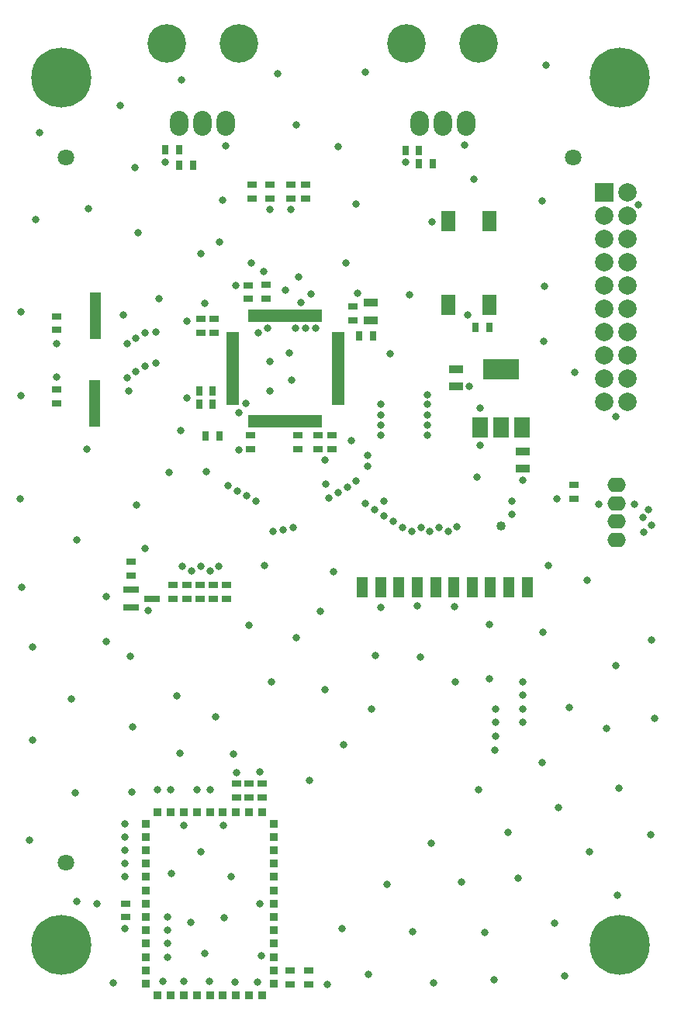
<source format=gts>
%FSLAX25Y25*%
%MOIN*%
G70*
G01*
G75*
G04 Layer_Color=8388736*
%ADD10R,0.02835X0.02835*%
%ADD11R,0.02835X0.02835*%
%ADD12R,0.03543X0.02362*%
%ADD13R,0.03937X0.07874*%
%ADD14R,0.05512X0.08268*%
%ADD15R,0.02362X0.03543*%
%ADD16R,0.04724X0.01181*%
%ADD17R,0.01181X0.04724*%
%ADD18R,0.03937X0.19685*%
%ADD19R,0.05709X0.02362*%
%ADD20R,0.05118X0.02756*%
%ADD21R,0.14961X0.07874*%
%ADD22R,0.05906X0.07874*%
%ADD23C,0.02000*%
%ADD24C,0.00800*%
%ADD25C,0.01200*%
%ADD26C,0.01000*%
%ADD27C,0.05000*%
%ADD28C,0.07087*%
%ADD29R,0.07087X0.07087*%
%ADD30O,0.07087X0.05512*%
%ADD31C,0.25000*%
%ADD32O,0.07087X0.09843*%
%ADD33C,0.15748*%
%ADD34C,0.06299*%
%ADD35C,0.02500*%
%ADD36C,0.03200*%
%ADD37R,0.01969X0.07874*%
%ADD38C,0.01400*%
%ADD39C,0.00984*%
%ADD40C,0.00787*%
%ADD41R,0.03635X0.03635*%
%ADD42R,0.03635X0.03635*%
%ADD43R,0.04343X0.03162*%
%ADD44R,0.04737X0.08674*%
%ADD45R,0.06312X0.09068*%
%ADD46R,0.03162X0.04343*%
%ADD47R,0.05524X0.01981*%
%ADD48R,0.01981X0.05524*%
%ADD49R,0.04737X0.20485*%
%ADD50R,0.06509X0.03162*%
%ADD51R,0.05918X0.03556*%
%ADD52R,0.15761X0.08674*%
%ADD53R,0.06706X0.08674*%
%ADD54C,0.07887*%
%ADD55R,0.07887X0.07887*%
%ADD56O,0.07887X0.06312*%
%ADD57C,0.25800*%
%ADD58O,0.07887X0.10642*%
%ADD59C,0.16548*%
%ADD60C,0.07099*%
%ADD61C,0.03300*%
%ADD62C,0.04000*%
D41*
X4904791Y2772787D02*
D03*
Y2778524D02*
D03*
Y2784260D02*
D03*
Y2789996D02*
D03*
Y2795732D02*
D03*
Y2801468D02*
D03*
Y2807205D02*
D03*
Y2812941D02*
D03*
Y2818677D02*
D03*
Y2824413D02*
D03*
Y2830150D02*
D03*
Y2835886D02*
D03*
Y2841622D02*
D03*
X4850039D02*
D03*
Y2835886D02*
D03*
Y2830150D02*
D03*
Y2824413D02*
D03*
Y2818677D02*
D03*
Y2812941D02*
D03*
Y2807205D02*
D03*
Y2801468D02*
D03*
Y2795732D02*
D03*
Y2789996D02*
D03*
Y2784260D02*
D03*
Y2778524D02*
D03*
Y2772787D02*
D03*
D42*
X4899793Y2846622D02*
D03*
X4894199D02*
D03*
X4888604D02*
D03*
X4883010D02*
D03*
X4877415D02*
D03*
X4871821D02*
D03*
X4866226D02*
D03*
X4860632D02*
D03*
X4855037D02*
D03*
Y2767788D02*
D03*
X4860632D02*
D03*
X4866226D02*
D03*
X4871821D02*
D03*
X4877415D02*
D03*
X4883010D02*
D03*
X4888604D02*
D03*
X4894199D02*
D03*
X4899793D02*
D03*
D43*
X4912106Y3110138D02*
D03*
Y3116043D02*
D03*
X4903149Y3110236D02*
D03*
Y3116142D02*
D03*
X4895472Y3110236D02*
D03*
Y3116142D02*
D03*
X4918406Y3110138D02*
D03*
Y3116043D02*
D03*
X4894291Y2858740D02*
D03*
Y2852835D02*
D03*
X4901575Y3073031D02*
D03*
Y3067126D02*
D03*
X4811713Y3053740D02*
D03*
Y3059646D02*
D03*
X4811614Y3028051D02*
D03*
Y3022146D02*
D03*
X4915354Y3008465D02*
D03*
Y3002559D02*
D03*
X4911811Y2778445D02*
D03*
Y2772539D02*
D03*
X4899791Y2852835D02*
D03*
Y2858740D02*
D03*
X4919783Y2778445D02*
D03*
Y2772539D02*
D03*
X4888791Y2858740D02*
D03*
Y2852835D02*
D03*
X4841291Y2807240D02*
D03*
Y2801335D02*
D03*
X4929725Y3008465D02*
D03*
Y3002559D02*
D03*
X4879146Y3052531D02*
D03*
Y3058437D02*
D03*
X4894882Y3008366D02*
D03*
Y3002461D02*
D03*
X4893799Y3067027D02*
D03*
Y3072933D02*
D03*
X4873646Y3052531D02*
D03*
Y3058437D02*
D03*
X4938976Y3057972D02*
D03*
Y3063878D02*
D03*
X4923917Y3008465D02*
D03*
Y3002559D02*
D03*
X4861646Y2938315D02*
D03*
Y2944221D02*
D03*
X4867396Y2938315D02*
D03*
Y2944221D02*
D03*
X4873146Y2938315D02*
D03*
Y2944221D02*
D03*
X4878896Y2938315D02*
D03*
Y2944221D02*
D03*
X4884646Y2938315D02*
D03*
Y2944221D02*
D03*
X4843520Y2948315D02*
D03*
Y2954221D02*
D03*
X5033858Y2987106D02*
D03*
Y2981201D02*
D03*
D44*
X4942913Y2943209D02*
D03*
X4950787D02*
D03*
X4958661D02*
D03*
X4966536D02*
D03*
X4974409D02*
D03*
X4982283D02*
D03*
X4990157D02*
D03*
X4998032D02*
D03*
X5005906D02*
D03*
X5013779D02*
D03*
D45*
X4997504Y3100398D02*
D03*
Y3064571D02*
D03*
X4979787Y3100398D02*
D03*
Y3064571D02*
D03*
D46*
X4997599Y3054984D02*
D03*
X4991693D02*
D03*
X4878642Y3027362D02*
D03*
X4872736D02*
D03*
X4878642Y3021850D02*
D03*
X4872736D02*
D03*
X4941536Y3051279D02*
D03*
X4947441D02*
D03*
X4864173Y3124508D02*
D03*
X4870079D02*
D03*
X4973228Y3125000D02*
D03*
X4967323D02*
D03*
X4875689Y3008268D02*
D03*
X4881594D02*
D03*
X4864272Y3131004D02*
D03*
X4858366D02*
D03*
X4967323Y3130906D02*
D03*
X4961417D02*
D03*
D47*
X4887146Y3051984D02*
D03*
Y3050016D02*
D03*
Y3048047D02*
D03*
Y3046079D02*
D03*
Y3044110D02*
D03*
Y3042142D02*
D03*
Y3040173D02*
D03*
Y3038205D02*
D03*
Y3036236D02*
D03*
Y3034268D02*
D03*
Y3032299D02*
D03*
Y3030331D02*
D03*
Y3028362D02*
D03*
Y3026394D02*
D03*
Y3024425D02*
D03*
Y3022457D02*
D03*
X4932421D02*
D03*
Y3024425D02*
D03*
Y3026394D02*
D03*
Y3028362D02*
D03*
Y3030331D02*
D03*
Y3032299D02*
D03*
Y3034268D02*
D03*
Y3036236D02*
D03*
Y3038205D02*
D03*
Y3040173D02*
D03*
Y3042142D02*
D03*
Y3044110D02*
D03*
Y3046079D02*
D03*
Y3048047D02*
D03*
Y3050016D02*
D03*
Y3051984D02*
D03*
D48*
X4895020Y3014583D02*
D03*
X4896988D02*
D03*
X4898957D02*
D03*
X4900925D02*
D03*
X4902894D02*
D03*
X4904862D02*
D03*
X4906831D02*
D03*
X4908799D02*
D03*
X4910768D02*
D03*
X4912736D02*
D03*
X4914705D02*
D03*
X4916673D02*
D03*
X4918642D02*
D03*
X4920610D02*
D03*
X4922579D02*
D03*
X4924547D02*
D03*
Y3059858D02*
D03*
X4922579D02*
D03*
X4920610D02*
D03*
X4918642D02*
D03*
X4916673D02*
D03*
X4914705D02*
D03*
X4912736D02*
D03*
X4910768D02*
D03*
X4908799D02*
D03*
X4906831D02*
D03*
X4904862D02*
D03*
X4902894D02*
D03*
X4900925D02*
D03*
X4898957D02*
D03*
X4896988D02*
D03*
X4895020D02*
D03*
D49*
X4827752Y3022284D02*
D03*
X4828146Y3059685D02*
D03*
D50*
X4843394Y2942008D02*
D03*
Y2934528D02*
D03*
X4852646Y2938268D02*
D03*
D51*
X4946555Y3065453D02*
D03*
Y3057972D02*
D03*
X5011909Y2994094D02*
D03*
Y3001575D02*
D03*
X4983071Y3029429D02*
D03*
Y3036909D02*
D03*
D52*
X5002657Y3036713D02*
D03*
D53*
X5011713Y3011909D02*
D03*
X5002657D02*
D03*
X4993602D02*
D03*
D54*
X5056771Y3022815D02*
D03*
X5046772D02*
D03*
X5056771Y3032815D02*
D03*
X5046772D02*
D03*
X5056771Y3042815D02*
D03*
X5046772D02*
D03*
X5056771Y3052815D02*
D03*
X5046772D02*
D03*
X5056771Y3062815D02*
D03*
X5046772D02*
D03*
X5056771Y3072815D02*
D03*
X5046772D02*
D03*
X5056771Y3082815D02*
D03*
X5046772D02*
D03*
X5056771Y3092815D02*
D03*
X5046772D02*
D03*
X5056771Y3102815D02*
D03*
X5046772D02*
D03*
X5056771Y3112815D02*
D03*
D55*
X5046772D02*
D03*
D56*
X5052165Y2963484D02*
D03*
Y2971358D02*
D03*
Y2979232D02*
D03*
Y2987106D02*
D03*
D57*
X4813681Y3162008D02*
D03*
X5053445D02*
D03*
Y2789370D02*
D03*
X4813681D02*
D03*
D58*
X4864272Y3142646D02*
D03*
X4874272D02*
D03*
X4884272D02*
D03*
X4987398Y3142646D02*
D03*
X4977398D02*
D03*
X4967398D02*
D03*
D59*
X4889783Y3176661D02*
D03*
X4858760D02*
D03*
X4961886Y3176661D02*
D03*
X4992909D02*
D03*
D60*
X4815591Y2824748D02*
D03*
Y3127898D02*
D03*
X5033701D02*
D03*
D61*
X4952165Y2980020D02*
D03*
X4992225Y2990551D02*
D03*
X4882972Y3109547D02*
D03*
X4940354Y3107776D02*
D03*
X4932677Y3132480D02*
D03*
X4914665Y3141929D02*
D03*
X4796555Y2943307D02*
D03*
X4795768Y2981201D02*
D03*
X4796161Y3025394D02*
D03*
Y3061417D02*
D03*
X4845079Y3123425D02*
D03*
X4846457Y3095472D02*
D03*
X4825295Y3105709D02*
D03*
X4802460Y3101279D02*
D03*
X4804134Y3138386D02*
D03*
X4838779Y3150098D02*
D03*
X4865256Y3161221D02*
D03*
X4906496Y3163779D02*
D03*
X4944094Y3164469D02*
D03*
X5022047Y3167421D02*
D03*
X5020275Y3109252D02*
D03*
X4990847Y3118504D02*
D03*
X4963189Y3068898D02*
D03*
X5020866Y3048721D02*
D03*
X5034351Y3035335D02*
D03*
X5025394Y2798819D02*
D03*
X4995669Y2794784D02*
D03*
X5040453Y2829331D02*
D03*
X5010040Y2818012D02*
D03*
X5027165Y2848524D02*
D03*
X5053248Y2856988D02*
D03*
X5047933Y2882382D02*
D03*
X5051968Y2909547D02*
D03*
X5031988Y2891339D02*
D03*
X5020275Y2867716D02*
D03*
X5005413Y2837992D02*
D03*
X4985630Y2816535D02*
D03*
X4964665Y2795276D02*
D03*
X4945669Y2776772D02*
D03*
X4973622Y2773228D02*
D03*
X4999705Y2774508D02*
D03*
X5029725Y2776279D02*
D03*
X5052559Y2810925D02*
D03*
X5066831Y2836713D02*
D03*
X5068406Y2886713D02*
D03*
X5067126Y2920571D02*
D03*
X5020571Y2923917D02*
D03*
X5039468Y2946260D02*
D03*
X5022736Y2952559D02*
D03*
X4997638Y2903937D02*
D03*
Y2927165D02*
D03*
X4982874Y2902362D02*
D03*
X4967815Y2913287D02*
D03*
X4914665Y2921555D02*
D03*
X4926870Y2899016D02*
D03*
X4904036Y2902461D02*
D03*
X4894193Y2926673D02*
D03*
X4930709Y2949705D02*
D03*
X4924803Y2932776D02*
D03*
X4948425Y2913681D02*
D03*
X4947047Y2890846D02*
D03*
X4935040Y2875492D02*
D03*
X4920079Y2860138D02*
D03*
X4993012Y2856102D02*
D03*
X4972540Y2833268D02*
D03*
X4953445Y2815551D02*
D03*
X4934055Y2796457D02*
D03*
X4886417Y2818799D02*
D03*
X4860925Y2820177D02*
D03*
X4875098Y2785925D02*
D03*
X4869291Y2799213D02*
D03*
X4883464Y2801181D02*
D03*
X4873425Y2829331D02*
D03*
X4879725Y2887402D02*
D03*
X4887598Y2871457D02*
D03*
X4843898Y2855020D02*
D03*
X4864665Y2871752D02*
D03*
X4844193Y2883169D02*
D03*
X4863091Y2896555D02*
D03*
X4843209Y2913583D02*
D03*
X4835925Y2773327D02*
D03*
X4820275Y2808268D02*
D03*
X4799902Y2834350D02*
D03*
X4819685Y2854724D02*
D03*
X4801083Y2877559D02*
D03*
X4817913Y2895079D02*
D03*
X4801181Y2917618D02*
D03*
X4820374Y2963386D02*
D03*
X4824606Y3002461D02*
D03*
X4864764Y3010433D02*
D03*
X4875984Y2992716D02*
D03*
X4938091Y3006102D02*
D03*
X4877415Y2856022D02*
D03*
X4871821D02*
D03*
X4841032Y2841622D02*
D03*
Y2835886D02*
D03*
Y2830150D02*
D03*
Y2824413D02*
D03*
Y2818677D02*
D03*
X4859063Y2801468D02*
D03*
Y2795732D02*
D03*
Y2789996D02*
D03*
Y2784260D02*
D03*
X4860632Y2856022D02*
D03*
X4855037D02*
D03*
X4988287Y3060236D02*
D03*
X4832775Y2919980D02*
D03*
Y2939075D02*
D03*
X4961417Y3125984D02*
D03*
X4858169Y3125787D02*
D03*
X4873622Y3086417D02*
D03*
X4912106Y3105512D02*
D03*
X4903149D02*
D03*
X4902165Y3054528D02*
D03*
X4898327Y3052461D02*
D03*
X4960146Y2968984D02*
D03*
X4956146Y2971484D02*
D03*
X4952146Y2973984D02*
D03*
X4948228Y2976476D02*
D03*
X4944331Y2979193D02*
D03*
X4841929Y3047933D02*
D03*
X4908858Y2967815D02*
D03*
X4940354Y2988779D02*
D03*
X4936516Y2986221D02*
D03*
X4904626Y2967028D02*
D03*
X4854232Y3052854D02*
D03*
X4841929Y3033268D02*
D03*
X4845669Y3035827D02*
D03*
X4865591Y2952008D02*
D03*
X4869528Y2950098D02*
D03*
X4873465Y2952224D02*
D03*
X4877402Y2950098D02*
D03*
X4881339Y2952126D02*
D03*
X4889213Y2984547D02*
D03*
X4893150Y2982382D02*
D03*
X4897087Y2980020D02*
D03*
X4975827Y2968984D02*
D03*
X4979764Y2967028D02*
D03*
X4968110Y2968984D02*
D03*
X4971949Y2967028D02*
D03*
X4950814Y3012894D02*
D03*
Y3017323D02*
D03*
Y3008366D02*
D03*
Y3021681D02*
D03*
X4970768Y3017323D02*
D03*
Y3008366D02*
D03*
X4914370Y3054429D02*
D03*
X4923032D02*
D03*
X4970768Y3021681D02*
D03*
Y3012894D02*
D03*
X5021063Y3072441D02*
D03*
X4954850Y3043575D02*
D03*
X4935827Y3082382D02*
D03*
X4892913Y3022244D02*
D03*
X4842520Y3027362D02*
D03*
X5066020Y2976575D02*
D03*
X5063779Y2966831D02*
D03*
X5067225Y2969980D02*
D03*
X5063583Y2973031D02*
D03*
X5000098Y2890846D02*
D03*
Y2885072D02*
D03*
X5011909Y2890945D02*
D03*
Y2896752D02*
D03*
Y2902559D02*
D03*
X5007185Y2980020D02*
D03*
Y2974409D02*
D03*
X4945079Y2995177D02*
D03*
X4945374Y2999705D02*
D03*
X4909843Y3070965D02*
D03*
X4895177Y3082382D02*
D03*
X4900689Y3078740D02*
D03*
X4970964Y3025984D02*
D03*
X4916536Y3065354D02*
D03*
X4920866Y3069193D02*
D03*
X4881594Y3091339D02*
D03*
X4898819Y2807284D02*
D03*
X4903051Y3040059D02*
D03*
X4911713Y3043898D02*
D03*
X4912697Y3032087D02*
D03*
X4903347Y3027362D02*
D03*
X4867618Y3057480D02*
D03*
X4875295Y3065059D02*
D03*
X4888386Y3072835D02*
D03*
X4811516Y3047736D02*
D03*
X4811614Y3033366D02*
D03*
X4889764Y3002264D02*
D03*
X4867618Y3024606D02*
D03*
X4926870Y2997835D02*
D03*
X4927165Y2987402D02*
D03*
X4982480Y2934842D02*
D03*
X4966634Y2935236D02*
D03*
X4950787Y2934449D02*
D03*
X4857087Y2773819D02*
D03*
X4866339Y2773721D02*
D03*
X4877067Y2773917D02*
D03*
X4888287Y2773622D02*
D03*
X4897835Y2773524D02*
D03*
X4927854Y2772342D02*
D03*
X4866240Y2840846D02*
D03*
X4883071Y2840748D02*
D03*
X4888878Y2863583D02*
D03*
X4899016Y2863681D02*
D03*
X5044685Y2978937D02*
D03*
X5026575Y2981201D02*
D03*
X5011909Y2989075D02*
D03*
X4988976Y3029528D02*
D03*
X4889862Y3018209D02*
D03*
X4940945Y3069390D02*
D03*
X4972835Y3100098D02*
D03*
X4987008Y3133169D02*
D03*
X4884055Y3132972D02*
D03*
X5011811Y2885138D02*
D03*
X5000098Y2879298D02*
D03*
X4899705Y2784842D02*
D03*
X5061516Y3107480D02*
D03*
X5051870Y3016437D02*
D03*
X4999902Y2873327D02*
D03*
X4915649Y3076575D02*
D03*
X4993504Y3004035D02*
D03*
X4993406Y3020177D02*
D03*
X5059941Y2978937D02*
D03*
X4829036Y2807087D02*
D03*
X4841043Y2796358D02*
D03*
X4850787Y2933071D02*
D03*
X4859941Y2992520D02*
D03*
X4845964Y2978445D02*
D03*
X4854232Y3039469D02*
D03*
X4849409Y3038189D02*
D03*
X4845669Y3050295D02*
D03*
X4849409Y3052658D02*
D03*
X4918701Y3054429D02*
D03*
X4932520Y2983858D02*
D03*
X4928642Y2981496D02*
D03*
X4855413Y3067224D02*
D03*
X4840256Y3060039D02*
D03*
X4885236Y2986811D02*
D03*
X4913091Y2968898D02*
D03*
X4900984Y2952362D02*
D03*
X4849508Y2959941D02*
D03*
X4964075Y2967028D02*
D03*
X4983563Y2969094D02*
D03*
D62*
X5002559Y2969390D02*
D03*
M02*

</source>
